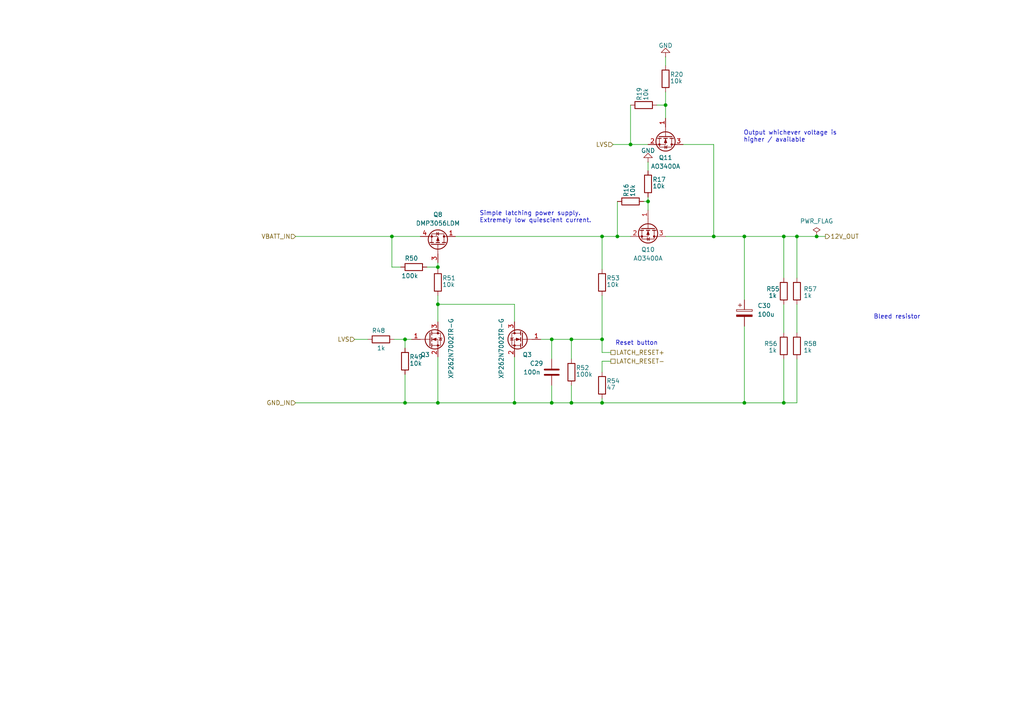
<source format=kicad_sch>
(kicad_sch (version 20231120) (generator "eeschema") (generator_version "8.0")
  (paper "A4")
  (lib_symbols
    (symbol "Device:C" (pin_numbers hide) (pin_names (offset 0.254))
      (property "Reference" "C" (at 0.635 2.54 0))
      (property "Value" "C" (at 0.635 -2.54 0))
      (symbol "C_0_1"
        (polyline (pts (xy -2.032 -0.762) (xy 2.032 -0.762)) (stroke (width 0.508)))
        (polyline (pts (xy -2.032 0.762) (xy 2.032 0.762)) (stroke (width 0.508)))
      )
      (symbol "C_1_1"
        (pin passive line (at 0 3.81 270) (length 2.794) (name "~") (number "1"))
        (pin passive line (at 0 -3.81 90) (length 2.794) (name "~") (number "2"))
      )
    )
    (symbol "Device:C_Polarized" (pin_numbers hide) (pin_names (offset 0.254))
      (property "Reference" "C" (at 0.635 2.54 0))
      (property "Value" "C_Polarized" (at 0.635 -2.54 0))
      (symbol "C_Polarized_0_1"
        (rectangle (start -2.286 0.508) (end 2.286 1.016))
        (polyline (pts (xy -1.778 2.286) (xy -0.762 2.286)))
        (polyline (pts (xy -1.27 2.794) (xy -1.27 1.778)))
        (rectangle (start 2.286 -0.508) (end -2.286 -1.016) (fill (type outline)))
      )
      (symbol "C_Polarized_1_1"
        (pin passive line (at 0 3.81 270) (length 2.794) (name "~") (number "1"))
        (pin passive line (at 0 -3.81 90) (length 2.794) (name "~") (number "2"))
      )
    )
    (symbol "Device:Q_NMOS_GSD" (pin_names (offset 0) hide)
      (property "Reference" "Q" (at 5.08 1.27 0))
      (property "Value" "Q_NMOS_GSD" (at 5.08 -1.27 0))
      (symbol "Q_NMOS_GSD_0_1"
        (polyline (pts (xy 0.254 0) (xy -2.54 0)))
        (polyline (pts (xy 0.254 1.905) (xy 0.254 -1.905)) (stroke (width 0.254)))
        (polyline (pts (xy 0.762 -1.27) (xy 0.762 -2.286)) (stroke (width 0.254)))
        (polyline (pts (xy 0.762 0.508) (xy 0.762 -0.508)) (stroke (width 0.254)))
        (polyline (pts (xy 0.762 2.286) (xy 0.762 1.27)) (stroke (width 0.254)))
        (polyline (pts (xy 2.54 2.54) (xy 2.54 1.778)))
        (polyline (pts (xy 2.54 -2.54) (xy 2.54 0) (xy 0.762 0)))
        (polyline (pts (xy 0.762 -1.778) (xy 3.302 -1.778) (xy 3.302 1.778) (xy 0.762 1.778)))
        (polyline (pts (xy 1.016 0) (xy 2.032 0.381) (xy 2.032 -0.381) (xy 1.016 0)) (fill (type outline)))
        (polyline (pts (xy 2.794 0.508) (xy 2.921 0.381) (xy 3.683 0.381) (xy 3.81 0.254)))
        (polyline (pts (xy 3.302 0.381) (xy 2.921 -0.254) (xy 3.683 -0.254) (xy 3.302 0.381)))
        (circle (center 1.651 0) (radius 2.794) (stroke (width 0.254)))
        (circle (center 2.54 -1.778) (radius 0.254) (fill (type outline)))
        (circle (center 2.54 1.778) (radius 0.254) (fill (type outline)))
      )
      (symbol "Q_NMOS_GSD_1_1"
        (pin input line (at -5.08 0 0) (length 2.54) (name "G") (number "1"))
        (pin passive line (at 2.54 -5.08 90) (length 2.54) (name "S") (number "2"))
        (pin passive line (at 2.54 5.08 270) (length 2.54) (name "D") (number "3"))
      )
    )
    (symbol "Device:R" (pin_numbers hide) (pin_names (offset 0))
      (property "Reference" "R" (at 2.032 0 90))
      (property "Value" "R" (at 0 0 90))
      (symbol "R_0_1"
        (rectangle (start -1.016 -2.54) (end 1.016 2.54) (stroke (width 0.254)))
      )
      (symbol "R_1_1"
        (pin passive line (at 0 3.81 270) (length 1.27) (name "~") (number "1"))
        (pin passive line (at 0 -3.81 90) (length 1.27) (name "~") (number "2"))
      )
    )
    (symbol "SUFST:DMP3056LDM" (pin_names hide)
      (property "Reference" "Q" (at 5.08 1.905 0))
      (property "Value" "DMP3056LDM" (at 5.08 0 0))
      (symbol "DMP3056LDM_0_1"
        (polyline (pts (xy 0.254 0) (xy -2.54 0)))
        (polyline (pts (xy 0.254 1.905) (xy 0.254 -1.905)) (stroke (width 0.254)))
        (polyline (pts (xy 0.762 -1.27) (xy 0.762 -2.286)) (stroke (width 0.254)))
        (polyline (pts (xy 0.762 0.508) (xy 0.762 -0.508)) (stroke (width 0.254)))
        (polyline (pts (xy 0.762 2.286) (xy 0.762 1.27)) (stroke (width 0.254)))
        (polyline (pts (xy 2.54 2.54) (xy 2.54 1.778)))
        (polyline (pts (xy 2.54 -2.54) (xy 2.54 0) (xy 0.762 0)))
        (polyline (pts (xy 0.762 1.778) (xy 3.302 1.778) (xy 3.302 -1.778) (xy 0.762 -1.778)))
        (polyline (pts (xy 2.286 0) (xy 1.27 0.381) (xy 1.27 -0.381) (xy 2.286 0)) (fill (type outline)))
        (polyline (pts (xy 2.794 -0.508) (xy 2.921 -0.381) (xy 3.683 -0.381) (xy 3.81 -0.254)))
        (polyline (pts (xy 3.302 -0.381) (xy 2.921 0.254) (xy 3.683 0.254) (xy 3.302 -0.381)))
        (circle (center 1.651 0) (radius 2.794) (stroke (width 0.254)))
        (circle (center 2.54 -1.778) (radius 0.254) (fill (type outline)))
        (circle (center 2.54 1.778) (radius 0.254) (fill (type outline)))
      )
      (symbol "DMP3056LDM_1_1"
        (pin passive line (at 2.54 5.08 270) (length 2.54) (name "D") (number "1"))
        (pin passive line (at 2.54 5.08 270) (length 2.54) hide (name "D") (number "2"))
        (pin passive line (at -5.08 0 0) (length 2.54) (name "G") (number "3"))
        (pin passive line (at 2.54 -5.08 90) (length 2.54) (name "S") (number "4"))
        (pin passive line (at 2.54 5.08 270) (length 2.54) hide (name "D") (number "5"))
        (pin passive line (at 2.54 5.08 270) (length 2.54) hide (name "D") (number "6"))
      )
    )
    (symbol "Transistor_FET:AO3400A" (pin_names hide)
      (property "Reference" "Q" (at 5.08 1.905 0))
      (property "Value" "AO3400A" (at 5.08 0 0))
      (symbol "AO3400A_0_1"
        (polyline (pts (xy 0.254 0) (xy -2.54 0)))
        (polyline (pts (xy 0.254 1.905) (xy 0.254 -1.905)) (stroke (width 0.254)))
        (polyline (pts (xy 0.762 -1.27) (xy 0.762 -2.286)) (stroke (width 0.254)))
        (polyline (pts (xy 0.762 0.508) (xy 0.762 -0.508)) (stroke (width 0.254)))
        (polyline (pts (xy 0.762 2.286) (xy 0.762 1.27)) (stroke (width 0.254)))
        (polyline (pts (xy 2.54 2.54) (xy 2.54 1.778)))
        (polyline (pts (xy 2.54 -2.54) (xy 2.54 0) (xy 0.762 0)))
        (polyline (pts (xy 0.762 -1.778) (xy 3.302 -1.778) (xy 3.302 1.778) (xy 0.762 1.778)))
        (polyline (pts (xy 1.016 0) (xy 2.032 0.381) (xy 2.032 -0.381) (xy 1.016 0)) (fill (type outline)))
        (polyline (pts (xy 2.794 0.508) (xy 2.921 0.381) (xy 3.683 0.381) (xy 3.81 0.254)))
        (polyline (pts (xy 3.302 0.381) (xy 2.921 -0.254) (xy 3.683 -0.254) (xy 3.302 0.381)))
        (circle (center 1.651 0) (radius 2.794) (stroke (width 0.254)))
        (circle (center 2.54 -1.778) (radius 0.254) (fill (type outline)))
        (circle (center 2.54 1.778) (radius 0.254) (fill (type outline)))
      )
      (symbol "AO3400A_1_1"
        (pin input line (at -5.08 0 0) (length 2.54) (name "G") (number "1"))
        (pin passive line (at 2.54 -5.08 90) (length 2.54) (name "S") (number "2"))
        (pin passive line (at 2.54 5.08 270) (length 2.54) (name "D") (number "3"))
      )
    )
    (symbol "power:GND" (power) (pin_numbers hide) (pin_names (offset 0) hide)
      (property "Value" "GND" (at 0 -3.81 0))
      (symbol "GND_0_1"
        (polyline (pts (xy 0 0) (xy 0 -1.27) (xy 1.27 -1.27) (xy 0 -2.54) (xy -1.27 -1.27) (xy 0 -1.27)))
      )
      (symbol "GND_1_1"
        (pin power_in line (at 0 0 270) (length 0) (name "~") (number "1"))
      )
    )
    (symbol "power:PWR_FLAG" (power) (pin_numbers hide) (pin_names (offset 0) hide)
      (property "Value" "PWR_FLAG" (at 0 3.81 0))
      (symbol "PWR_FLAG_0_0"
        (pin power_out line (at 0 0 90) (length 0) (name "pwr") (number "1"))
      )
      (symbol "PWR_FLAG_0_1"
        (polyline (pts (xy 0 0) (xy 0 1.27) (xy -1.016 1.905) (xy 0 2.54) (xy 1.016 1.905) (xy 0 1.27)))
      )
    )
  )
  (junction (at 179.07 68.58))
  (junction (at 207.01 68.58))
  (junction (at 227.33 116.84))
  (junction (at 215.9 68.58))
  (junction (at 231.14 68.58))
  (junction (at 127 77.47))
  (junction (at 117.475 98.425))
  (junction (at 182.88 41.91))
  (junction (at 174.625 116.84))
  (junction (at 174.625 68.58))
  (junction (at 174.625 98.425))
  (junction (at 227.33 68.58))
  (junction (at 193.04 30.48))
  (junction (at 127 116.84))
  (junction (at 165.735 98.425))
  (junction (at 113.665 68.58))
  (junction (at 117.475 116.84))
  (junction (at 215.9 116.84))
  (junction (at 127 88.265))
  (junction (at 165.735 116.84))
  (junction (at 149.225 116.84))
  (junction (at 160.02 116.84))
  (junction (at 187.96 58.42))
  (junction (at 160.02 98.425))
  (junction (at 236.855 68.58))
  (wire (pts (xy 193.04 16.51) (xy 193.04 19.05)))
  (wire (pts (xy 174.625 102.235) (xy 174.625 98.425)))
  (wire (pts (xy 165.735 111.76) (xy 165.735 116.84)))
  (wire (pts (xy 165.735 104.14) (xy 165.735 98.425)))
  (wire (pts (xy 174.625 116.84) (xy 215.9 116.84)))
  (wire (pts (xy 127 85.725) (xy 127 88.265)))
  (wire (pts (xy 127 103.505) (xy 127 116.84)))
  (wire (pts (xy 127 76.2) (xy 127 77.47)))
  (wire (pts (xy 182.88 30.48) (xy 182.88 41.91)))
  (wire (pts (xy 186.69 58.42) (xy 187.96 58.42)))
  (wire (pts (xy 231.14 68.58) (xy 236.855 68.58)))
  (wire (pts (xy 198.12 41.91) (xy 207.01 41.91)))
  (wire (pts (xy 177.165 102.235) (xy 174.625 102.235)))
  (wire (pts (xy 239.395 68.58) (xy 236.855 68.58)))
  (wire (pts (xy 117.475 98.425) (xy 119.38 98.425)))
  (wire (pts (xy 149.225 88.265) (xy 127 88.265)))
  (wire (pts (xy 177.8 41.91) (xy 182.88 41.91)))
  (wire (pts (xy 113.665 68.58) (xy 121.92 68.58)))
  (wire (pts (xy 117.475 98.425) (xy 117.475 100.965)))
  (wire (pts (xy 160.02 98.425) (xy 156.845 98.425)))
  (wire (pts (xy 113.665 68.58) (xy 113.665 77.47)))
  (wire (pts (xy 149.225 103.505) (xy 149.225 116.84)))
  (wire (pts (xy 187.96 57.15) (xy 187.96 58.42)))
  (wire (pts (xy 160.02 104.14) (xy 160.02 98.425)))
  (wire (pts (xy 187.96 58.42) (xy 187.96 60.96)))
  (wire (pts (xy 113.665 77.47) (xy 116.205 77.47)))
  (wire (pts (xy 123.825 77.47) (xy 127 77.47)))
  (wire (pts (xy 207.01 41.91) (xy 207.01 68.58)))
  (wire (pts (xy 227.33 88.265) (xy 227.33 96.52)))
  (wire (pts (xy 114.3 98.425) (xy 117.475 98.425)))
  (wire (pts (xy 231.14 88.265) (xy 231.14 96.52)))
  (wire (pts (xy 215.9 94.615) (xy 215.9 116.84)))
  (wire (pts (xy 174.625 68.58) (xy 179.07 68.58)))
  (wire (pts (xy 227.33 68.58) (xy 215.9 68.58)))
  (wire (pts (xy 179.07 58.42) (xy 179.07 68.58)))
  (wire (pts (xy 127 77.47) (xy 127 78.105)))
  (wire (pts (xy 193.04 68.58) (xy 207.01 68.58)))
  (wire (pts (xy 227.33 104.14) (xy 227.33 116.84)))
  (wire (pts (xy 227.33 68.58) (xy 227.33 80.645)))
  (wire (pts (xy 117.475 108.585) (xy 117.475 116.84)))
  (wire (pts (xy 102.87 98.425) (xy 106.68 98.425)))
  (wire (pts (xy 215.9 68.58) (xy 215.9 86.995)))
  (wire (pts (xy 174.625 104.775) (xy 174.625 107.95)))
  (wire (pts (xy 174.625 85.725) (xy 174.625 98.425)))
  (wire (pts (xy 193.04 26.67) (xy 193.04 30.48)))
  (wire (pts (xy 85.725 116.84) (xy 117.475 116.84)))
  (wire (pts (xy 227.33 68.58) (xy 231.14 68.58)))
  (wire (pts (xy 165.735 116.84) (xy 174.625 116.84)))
  (wire (pts (xy 117.475 116.84) (xy 127 116.84)))
  (wire (pts (xy 160.02 111.76) (xy 160.02 116.84)))
  (wire (pts (xy 85.725 68.58) (xy 113.665 68.58)))
  (wire (pts (xy 174.625 68.58) (xy 132.08 68.58)))
  (wire (pts (xy 127 88.265) (xy 127 93.345)))
  (wire (pts (xy 149.225 93.345) (xy 149.225 88.265)))
  (wire (pts (xy 227.33 116.84) (xy 231.14 116.84)))
  (wire (pts (xy 127 116.84) (xy 149.225 116.84)))
  (wire (pts (xy 193.04 30.48) (xy 193.04 34.29)))
  (wire (pts (xy 177.165 104.775) (xy 174.625 104.775)))
  (wire (pts (xy 207.01 68.58) (xy 215.9 68.58)))
  (wire (pts (xy 231.14 104.14) (xy 231.14 116.84)))
  (wire (pts (xy 182.88 41.91) (xy 187.96 41.91)))
  (wire (pts (xy 149.225 116.84) (xy 160.02 116.84)))
  (wire (pts (xy 165.735 98.425) (xy 160.02 98.425)))
  (wire (pts (xy 174.625 78.105) (xy 174.625 68.58)))
  (wire (pts (xy 187.96 46.99) (xy 187.96 49.53)))
  (wire (pts (xy 160.02 116.84) (xy 165.735 116.84)))
  (wire (pts (xy 179.07 68.58) (xy 182.88 68.58)))
  (wire (pts (xy 174.625 115.57) (xy 174.625 116.84)))
  (wire (pts (xy 190.5 30.48) (xy 193.04 30.48)))
  (wire (pts (xy 227.33 116.84) (xy 215.9 116.84)))
  (wire (pts (xy 174.625 98.425) (xy 165.735 98.425)))
  (wire (pts (xy 231.14 68.58) (xy 231.14 80.645)))
  (text "Bleed resistor" (at 253.365 92.71 0) (effects (font (size 1.27 1.27)) (justify left bottom)))
  (text "Simple latching power supply.\nExtremely low quiescient current." (at 139.065 64.77 0) (effects (font (size 1.27 1.27)) (justify left bottom)))
  (text "Output whichever voltage is\nhigher / available" (at 215.646 41.402 0) (effects (font (size 1.27 1.27)) (justify left bottom)))
  (text "Reset button" (at 178.435 100.33 0) (effects (font (size 1.27 1.27)) (justify left bottom)))
  (hierarchical_label "12V_OUT" (shape output) (at 239.395 68.58 0))
  (hierarchical_label "LATCH_RESET+" (shape passive) (at 177.165 102.235 0))
  (hierarchical_label "VBATT_IN" (shape input) (at 85.725 68.58 180))
  (hierarchical_label "LVS" (shape input) (at 177.8 41.91 180))
  (hierarchical_label "LVS" (shape input) (at 102.87 98.425 180))
  (hierarchical_label "GND_IN" (shape input) (at 85.725 116.84 180))
  (hierarchical_label "LATCH_RESET-" (shape passive) (at 177.165 104.775 0))
  (symbol (lib_id "Device:R") (at 186.69 30.48 270) (unit 1)
    (property "Reference" "R19" (at 185.42 29.21 0) (effects (justify right)))
    (property "Value" "10k" (at 187.325 29.21 0) (effects (justify right)))
    (property "Footprint" "Resistor_SMD:R_0805_2012Metric_Pad1.20x1.40mm_HandSolder" (effects (hide yes)))
  )
  (symbol (lib_id "Device:R") (at 231.14 100.33 0) (unit 1)
    (property "Reference" "R58" (at 233.045 99.695 0) (effects (justify left)))
    (property "Value" "1k" (at 233.045 101.6 0) (effects (justify left)))
    (property "Footprint" "Resistor_SMD:R_0805_2012Metric_Pad1.20x1.40mm_HandSolder" (effects (hide yes)))
    (instances (project "tsal-latching-integrated" (path "" (reference "R58") (unit 1))) (project "tsal" (path "" (reference "R41") (unit 1))))
  )
  (symbol (lib_id "Transistor_FET:AO3400A") (at 193.04 39.37 270) (unit 1)
    (property "Reference" "Q11" (at 193.04 45.72 90))
    (property "Value" "AO3400A" (at 193.04 48.26 90))
    (property "Footprint" "Package_TO_SOT_SMD:SOT-23" (effects (hide yes)))
    (property "Datasheet" "http://www.aosmd.com/pdfs/datasheet/AO3400A.pdf" (effects (hide yes)))
    (property "Description" "30V Vds, 5.7A Id, N-Channel MOSFET, SOT-23" (effects (hide yes)))
  )
  (symbol (lib_id "Device:R") (at 127 81.915 180) (unit 1)
    (property "Reference" "R51" (at 128.27 80.645 0) (effects (justify right)))
    (property "Value" "10k" (at 128.27 82.55 0) (effects (justify right)))
    (property "Footprint" "Resistor_SMD:R_0805_2012Metric_Pad1.20x1.40mm_HandSolder" (effects (hide yes)))
    (instances (project "tsal-latching-integrated" (path "" (reference "R51") (unit 1))) (project "tsal" (path "" (reference "R23") (unit 1))))
  )
  (symbol (lib_id "power:PWR_FLAG") (at 236.855 68.58 0) (mirror y) (unit 1)
    (property "Reference" "#FLG0101" (effects (hide yes)))
    (property "Value" "PWR_FLAG" (at 236.855 64.135 0))
    (instances (project "tsal-latching-integrated" (path "" (reference "#FLG0101") (unit 1))) (project "tsal" (path "" (reference "#FLG01") (unit 1))))
  )
  (symbol (lib_id "Device:R") (at 187.96 53.34 180) (unit 1)
    (property "Reference" "R17" (at 189.23 52.07 0) (effects (justify right)))
    (property "Value" "10k" (at 189.23 53.975 0) (effects (justify right)))
    (property "Footprint" "Resistor_SMD:R_0805_2012Metric_Pad1.20x1.40mm_HandSolder" (effects (hide yes)))
  )
  (symbol (lib_id "Device:C_Polarized") (at 215.9 90.805 0) (unit 1)
    (property "Reference" "C30" (at 219.71 88.6459 0) (effects (justify left)))
    (property "Value" "100u" (at 219.71 91.1859 0) (effects (justify left)))
    (property "Footprint" "Capacitor_THT:CP_Radial_D6.3mm_P2.50mm" (effects (hide yes)))
    (instances (project "tsal-latching-integrated" (path "" (reference "C30") (unit 1))) (project "tsal" (path "" (reference "C17") (unit 1))))
  )
  (symbol (lib_id "Transistor_FET:AO3400A") (at 187.96 66.04 270) (unit 1)
    (property "Reference" "Q10" (at 187.96 72.39 90))
    (property "Value" "AO3400A" (at 187.96 74.93 90))
    (property "Footprint" "Package_TO_SOT_SMD:SOT-23" (effects (hide yes)))
    (property "Datasheet" "http://www.aosmd.com/pdfs/datasheet/AO3400A.pdf" (effects (hide yes)))
    (property "Description" "30V Vds, 5.7A Id, N-Channel MOSFET, SOT-23" (effects (hide yes)))
  )
  (symbol (lib_id "Device:R") (at 174.625 81.915 180) (unit 1)
    (property "Reference" "R53" (at 175.895 80.645 0) (effects (justify right)))
    (property "Value" "10k" (at 175.895 82.55 0) (effects (justify right)))
    (property "Footprint" "Resistor_SMD:R_0805_2012Metric_Pad1.20x1.40mm_HandSolder" (effects (hide yes)))
    (instances (project "tsal-latching-integrated" (path "" (reference "R53") (unit 1))) (project "tsal" (path "" (reference "R25") (unit 1))))
  )
  (symbol (lib_id "Device:R") (at 165.735 107.95 180) (unit 1)
    (property "Reference" "R52" (at 167.005 106.68 0) (effects (justify right)))
    (property "Value" "100k" (at 167.005 108.585 0) (effects (justify right)))
    (property "Footprint" "Resistor_SMD:R_0805_2012Metric_Pad1.20x1.40mm_HandSolder" (effects (hide yes)))
    (instances (project "tsal-latching-integrated" (path "" (reference "R52") (unit 1))) (project "tsal" (path "" (reference "R24") (unit 1))))
  )
  (symbol (lib_id "Device:R") (at 231.14 84.455 0) (unit 1)
    (property "Reference" "R57" (at 233.045 83.82 0) (effects (justify left)))
    (property "Value" "1k" (at 233.045 85.725 0) (effects (justify left)))
    (property "Footprint" "Resistor_SMD:R_0805_2012Metric_Pad1.20x1.40mm_HandSolder" (effects (hide yes)))
    (instances (project "tsal-latching-integrated" (path "" (reference "R57") (unit 1))) (project "tsal" (path "" (reference "R40") (unit 1))))
  )
  (symbol (lib_id "Device:Q_NMOS_GSD") (at 151.765 98.425 0) (mirror y) (unit 1)
    (property "Reference" "Q3" (at 154.305 102.87 0) (effects (justify left)))
    (property "Value" "XP262N7002TR-G" (at 145.415 109.855 90) (effects (justify left)))
    (property "Footprint" "Package_TO_SOT_SMD:SOT-23" (effects (hide yes)))
    (property "Order Code" "865-XP262N7002TR-G" (effects (hide yes)))
    (instances (project "latching" (path "" (reference "Q3") (unit 1))) (project "tsal-latching-integrated" (path "" (reference "Q9") (unit 1))) (project "tsal" (path "" (reference "Q1") (unit 1))))
  )
  (symbol (lib_id "Device:R") (at 182.88 58.42 270) (unit 1)
    (property "Reference" "R16" (at 181.61 57.15 0) (effects (justify right)))
    (property "Value" "10k" (at 183.515 57.15 0) (effects (justify right)))
    (property "Footprint" "Resistor_SMD:R_0805_2012Metric_Pad1.20x1.40mm_HandSolder" (effects (hide yes)))
  )
  (symbol (lib_id "Device:R") (at 227.33 100.33 0) (unit 1)
    (property "Reference" "R56" (at 221.615 99.695 0) (effects (justify left)))
    (property "Value" "1k" (at 222.885 101.6 0) (effects (justify left)))
    (property "Footprint" "Resistor_SMD:R_0805_2012Metric_Pad1.20x1.40mm_HandSolder" (effects (hide yes)))
    (instances (project "tsal-latching-integrated" (path "" (reference "R56") (unit 1))) (project "tsal" (path "" (reference "R37") (unit 1))))
  )
  (symbol (lib_id "power:GND") (at 193.04 16.51 180) (unit 1)
    (property "Reference" "#PWR032" (effects (hide yes)))
    (property "Value" "GND" (at 193.04 13.208 0))
    (property "Description" "Power symbol creates a global label with name \"GND\" , ground" (effects (hide yes)))
  )
  (symbol (lib_id "Device:R") (at 110.49 98.425 270) (unit 1)
    (property "Reference" "R48" (at 111.76 95.885 90) (effects (justify right)))
    (property "Value" "1k" (at 111.76 100.965 90) (effects (justify right)))
    (property "Footprint" "Resistor_SMD:R_0805_2012Metric_Pad1.20x1.40mm_HandSolder" (effects (hide yes)))
    (instances (project "tsal-latching-integrated" (path "" (reference "R48") (unit 1))) (project "tsal" (path "" (reference "R20") (unit 1))))
  )
  (symbol (lib_id "Device:R") (at 193.04 22.86 180) (unit 1)
    (property "Reference" "R20" (at 194.31 21.59 0) (effects (justify right)))
    (property "Value" "10k" (at 194.31 23.495 0) (effects (justify right)))
    (property "Footprint" "Resistor_SMD:R_0805_2012Metric_Pad1.20x1.40mm_HandSolder" (effects (hide yes)))
  )
  (symbol (lib_id "Device:R") (at 227.33 84.455 0) (unit 1)
    (property "Reference" "R55" (at 222.25 83.82 0) (effects (justify left)))
    (property "Value" "1k" (at 222.885 85.725 0) (effects (justify left)))
    (property "Footprint" "Resistor_SMD:R_0805_2012Metric_Pad1.20x1.40mm_HandSolder" (effects (hide yes)))
    (instances (project "tsal-latching-integrated" (path "" (reference "R55") (unit 1))) (project "tsal" (path "" (reference "R39") (unit 1))))
  )
  (symbol (lib_id "Device:R") (at 174.625 111.76 180) (unit 1)
    (property "Reference" "R54" (at 175.895 110.49 0) (effects (justify right)))
    (property "Value" "47" (at 175.895 112.395 0) (effects (justify right)))
    (property "Footprint" "Resistor_SMD:R_0805_2012Metric_Pad1.20x1.40mm_HandSolder" (effects (hide yes)))
    (instances (project "tsal-latching-integrated" (path "" (reference "R54") (unit 1))) (project "tsal" (path "" (reference "R15") (unit 1))))
  )
  (symbol (lib_id "Device:C") (at 160.02 107.95 0) (unit 1)
    (property "Reference" "C29" (at 153.67 105.41 0) (effects (justify left)))
    (property "Value" "100n" (at 151.765 107.95 0) (effects (justify left)))
    (property "Footprint" "Capacitor_SMD:C_0805_2012Metric_Pad1.18x1.45mm_HandSolder" (effects (hide yes)))
    (instances (project "tsal-latching-integrated" (path "" (reference "C29") (unit 1))) (project "tsal" (path "" (reference "C13") (unit 1))))
  )
  (symbol (lib_id "Device:Q_NMOS_GSD") (at 124.46 98.425 0) (unit 1)
    (property "Reference" "Q3" (at 121.92 102.87 0) (effects (justify left)))
    (property "Value" "XP262N7002TR-G" (at 130.81 109.855 90) (effects (justify left)))
    (property "Footprint" "Package_TO_SOT_SMD:SOT-23" (effects (hide yes)))
    (property "Order Code" "865-XP262N7002TR-G" (effects (hide yes)))
    (instances (project "latching" (path "" (reference "Q3") (unit 1))) (project "tsal-latching-integrated" (path "" (reference "Q7") (unit 1))) (project "tsal" (path "" (reference "Q4") (unit 1))))
  )
  (symbol (lib_id "Device:R") (at 120.015 77.47 270) (unit 1)
    (property "Reference" "R50" (at 121.285 74.93 90) (effects (justify right)))
    (property "Value" "100k" (at 121.285 80.01 90) (effects (justify right)))
    (property "Footprint" "Resistor_SMD:R_0805_2012Metric_Pad1.20x1.40mm_HandSolder" (effects (hide yes)))
    (instances (project "tsal-latching-integrated" (path "" (reference "R50") (unit 1))) (project "tsal" (path "" (reference "R22") (unit 1))))
  )
  (symbol (lib_id "power:GND") (at 187.96 46.99 180) (unit 1)
    (property "Reference" "#PWR033" (effects (hide yes)))
    (property "Value" "GND" (at 187.96 43.688 0))
    (property "Description" "Power symbol creates a global label with name \"GND\" , ground" (effects (hide yes)))
  )
  (symbol (lib_id "SUFST:DMP3056LDM") (at 127 71.12 270) (mirror x) (unit 1)
    (property "Reference" "Q8" (at 127 62.23 90))
    (property "Value" "DMP3056LDM" (at 127 64.77 90))
    (property "Footprint" "Package_TO_SOT_SMD:SOT-23-6_Handsoldering" (effects (hide yes)))
    (property "Datasheet" "https://4donline.ihs.com/images/VipMasterIC/IC/DIOD/DIODS15633/DIODS15633-1.pdf" (effects (hide yes)))
    (property "Order Code" "621-DMP3056LDM-7" (effects (hide yes)))
    (instances (project "tsal-latching-integrated" (path "" (reference "Q8") (unit 1))) (project "tsal" (path "" (reference "Q2") (unit 1))))
  )
  (symbol (lib_id "Device:R") (at 117.475 104.775 180) (unit 1)
    (property "Reference" "R49" (at 118.745 103.505 0) (effects (justify right)))
    (property "Value" "10k" (at 118.745 105.41 0) (effects (justify right)))
    (property "Footprint" "Resistor_SMD:R_0805_2012Metric_Pad1.20x1.40mm_HandSolder" (effects (hide yes)))
    (instances (project "tsal-latching-integrated" (path "" (reference "R49") (unit 1))) (project "tsal" (path "" (reference "R21") (unit 1))))
  )
)
</source>
